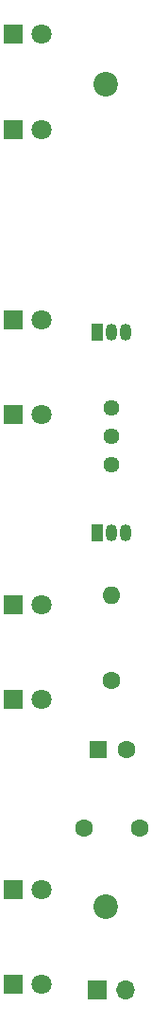
<source format=gbr>
%TF.GenerationSoftware,KiCad,Pcbnew,(5.99.0-12789-g9e557d84c6)*%
%TF.CreationDate,2021-11-25T22:39:53-08:00*%
%TF.ProjectId,Emitter,456d6974-7465-4722-9e6b-696361645f70,rev?*%
%TF.SameCoordinates,Original*%
%TF.FileFunction,Soldermask,Bot*%
%TF.FilePolarity,Negative*%
%FSLAX46Y46*%
G04 Gerber Fmt 4.6, Leading zero omitted, Abs format (unit mm)*
G04 Created by KiCad (PCBNEW (5.99.0-12789-g9e557d84c6)) date 2021-11-25 22:39:53*
%MOMM*%
%LPD*%
G01*
G04 APERTURE LIST*
%ADD10R,1.800000X1.800000*%
%ADD11C,1.800000*%
%ADD12C,2.200000*%
%ADD13C,1.600000*%
%ADD14R,1.700000X1.700000*%
%ADD15O,1.700000X1.700000*%
%ADD16C,1.440000*%
%ADD17O,1.600000X1.600000*%
%ADD18R,1.600000X1.600000*%
%ADD19R,1.050000X1.500000*%
%ADD20O,1.050000X1.500000*%
G04 APERTURE END LIST*
D10*
%TO.C,D2*%
X138730000Y-124495000D03*
D11*
X141270000Y-124495000D03*
%TD*%
D10*
%TO.C,D3*%
X138730000Y-107495000D03*
D11*
X141270000Y-107495000D03*
%TD*%
D10*
%TO.C,D6*%
X138730000Y-73495000D03*
D11*
X141270000Y-73495000D03*
%TD*%
D10*
%TO.C,D7*%
X138730000Y-56495000D03*
D11*
X141270000Y-56495000D03*
%TD*%
D10*
%TO.C,D4*%
X138730000Y-98995000D03*
D11*
X141270000Y-98995000D03*
%TD*%
D10*
%TO.C,D8*%
X138730000Y-47995000D03*
D11*
X141270000Y-47995000D03*
%TD*%
D12*
%TO.C,REF\u002A\u002A*%
X147005000Y-52495000D03*
%TD*%
%TO.C,REF\u002A\u002A*%
X147005000Y-125995000D03*
%TD*%
D10*
%TO.C,D5*%
X138730000Y-81995000D03*
D11*
X141270000Y-81995000D03*
%TD*%
D10*
%TO.C,D1*%
X138730000Y-132995000D03*
D11*
X141270000Y-132995000D03*
%TD*%
D13*
%TO.C,C2*%
X150005000Y-118995000D03*
X145005000Y-118995000D03*
%TD*%
D14*
%TO.C,J1*%
X146250000Y-133495000D03*
D15*
X148790000Y-133495000D03*
%TD*%
D16*
%TO.C,R2*%
X147505000Y-81445000D03*
X147505000Y-83985000D03*
X147505000Y-86525000D03*
%TD*%
D13*
%TO.C,R1*%
X147505000Y-105805000D03*
D17*
X147505000Y-98185000D03*
%TD*%
D18*
%TO.C,C1*%
X146322621Y-111995000D03*
D13*
X148822621Y-111995000D03*
%TD*%
D19*
%TO.C,Q2*%
X146235000Y-74622500D03*
D20*
X147505000Y-74622500D03*
X148775000Y-74622500D03*
%TD*%
D19*
%TO.C,Q1*%
X146235000Y-92622500D03*
D20*
X147505000Y-92622500D03*
X148775000Y-92622500D03*
%TD*%
M02*

</source>
